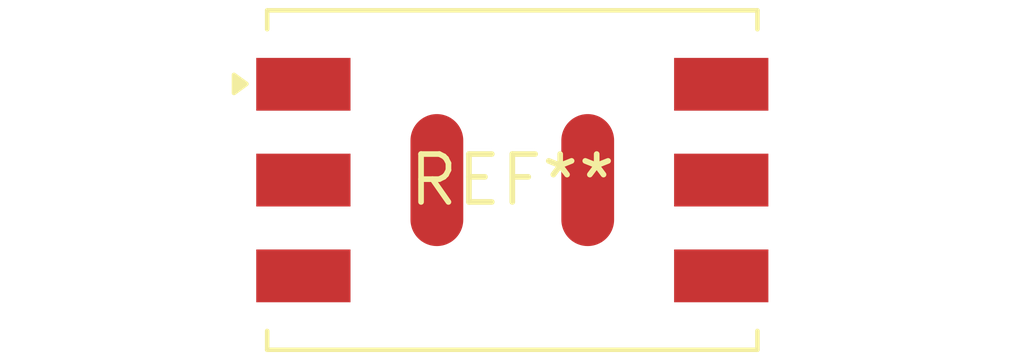
<source format=kicad_pcb>
(kicad_pcb (version 20240108) (generator pcbnew)
  (layers (0 "F.Cu" signal) (31 "B.Cu" signal) (34 "B.Paste" user) (35 "F.Paste" user) (36 "B.SilkS" user "B.Silkscreen") (37 "F.SilkS" user "F.Silkscreen") (38 "B.Mask" user) (39 "F.Mask" user) (44 "Edge.Cuts" user))
  (net 0 "")
  (footprint "Transformer_NF_ETAL_P2781" (layer "F.Cu") (at 0 0)
    (property "Reference" "REF**")
    (property "Value" "Transformer_NF_ETAL_P2781")
    (fp_line (start -6.5 -4.5) (end -6.5 -4) (layer "F.SilkS") (stroke (width 0.12)))
    (fp_line (start -6.5 -4.5) (end 6.5 -4.5) (layer "F.SilkS") (stroke (width 0.12)))
    (fp_line (start -6.5 4.5) (end -6.5 4) (layer "F.SilkS") (stroke (width 0.12)))
    (fp_line (start 6.5 -4.5) (end 6.5 -4) (layer "F.SilkS") (stroke (width 0.12)))
    (fp_line (start 6.5 4.5) (end -6.5 4.5) (layer "F.SilkS") (stroke (width 0.12)))
    (fp_line (start 6.5 4.5) (end 6.5 4) (layer "F.SilkS") (stroke (width 0.12)))
    (fp_poly (pts (xy -7.05 -2.55) (xy -7.38 -2.31) (xy -7.38 -2.79) (xy -7.05 -2.55)) (layer "F.SilkS") (stroke (width 0.12)) (fill solid))
    (pad "1" smd rect (at -5.54 -2.54) (size 2.5 1.4) (layers "F.Cu" "F.Paste" "F.Mask"))
    (pad "2" smd rect (at -5.54 0) (size 2.5 1.4) (layers "F.Cu" "F.Paste" "F.Mask"))
    (pad "3" smd rect (at -5.54 2.54) (size 2.5 1.4) (layers "F.Cu" "F.Paste" "F.Mask"))
    (pad "4" smd rect (at 5.54 2.54) (size 2.5 1.4) (layers "F.Cu" "F.Paste" "F.Mask"))
    (pad "5" smd rect (at 5.54 0) (size 2.5 1.4) (layers "F.Cu" "F.Paste" "F.Mask"))
    (pad "6" smd rect (at 5.54 -2.54) (size 2.5 1.4) (layers "F.Cu" "F.Paste" "F.Mask"))
    (pad "7" smd oval (at -2 0 90) (size 3.5 1.4) (layers "F.Cu" "F.Paste" "F.Mask"))
    (pad "7" smd oval (at 2 0 90) (size 3.5 1.4) (layers "F.Cu" "F.Paste" "F.Mask"))
  )
)
</source>
